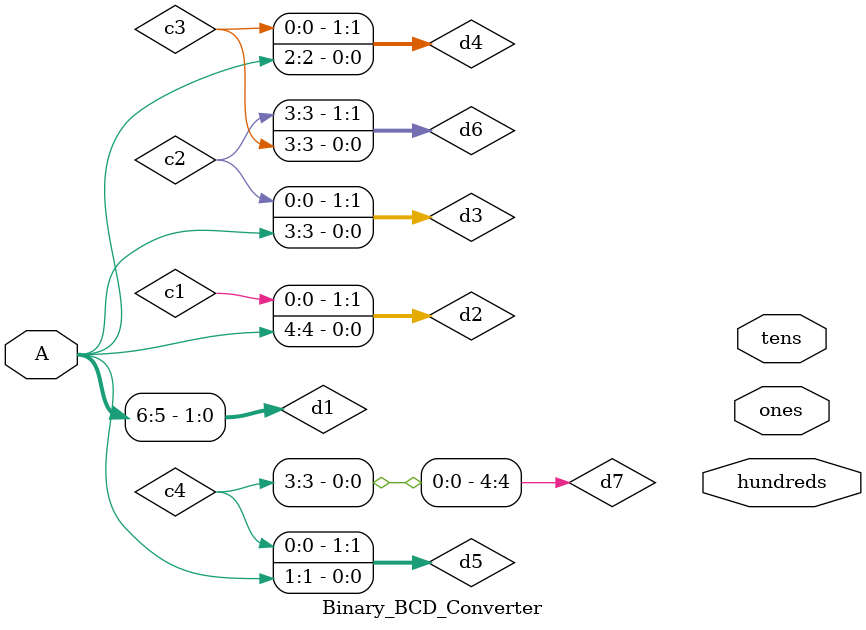
<source format=v>
module Binary_BCD_Converter(input [7:0]A,
									output [3:0]ones,
									output [3:0]tens,
									output [3:0]hundreds

								     );
									  
wire [3:0] c1,c2,c3,c4,c5,c6,c7;
wire[3:4] d1,d2,d3,d4,d5,d6,d7;


assign d1={1'b0,A[7:5]};
assign d2={c1[2:0],A[4]};
assign d3={c2[2:0],A[3]};
assign d4={c3[2:0],A[2]};
assign d5={c4[2:0],A[1]};
assign d6={1'b0,c1[3],c2[3],c3[3]};
assign d7={c6[2:0],c4[3]};
  
  endmodule
  
</source>
